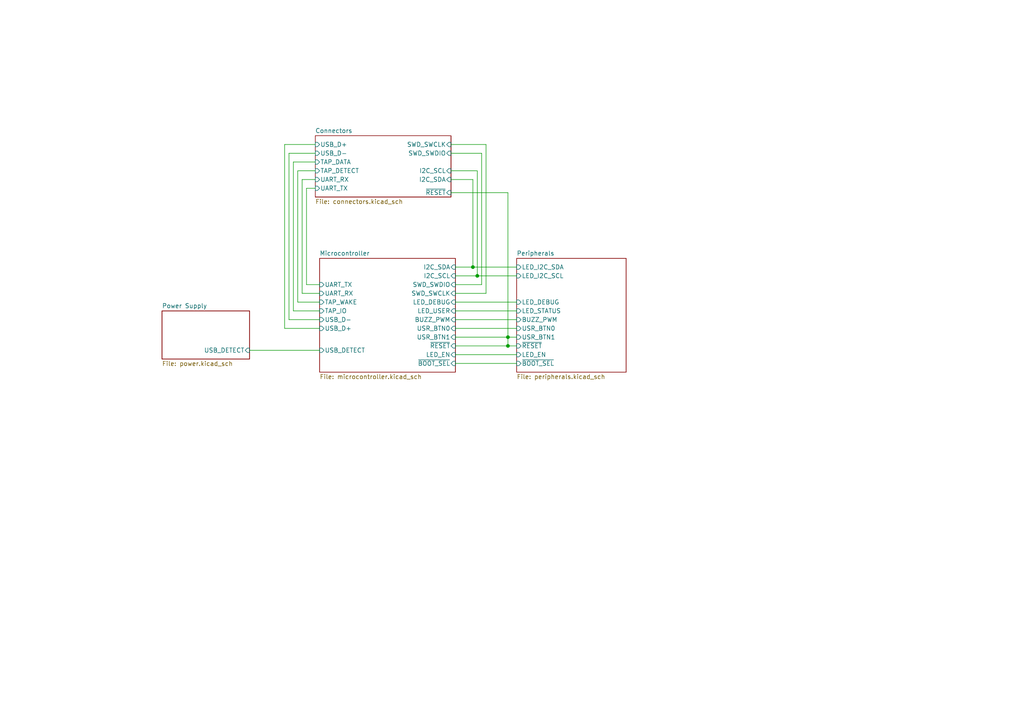
<source format=kicad_sch>
(kicad_sch
	(version 20250114)
	(generator "eeschema")
	(generator_version "9.0")
	(uuid "d8e340c0-2cae-427d-93e9-6fca5a11389e")
	(paper "A4")
	(title_block
		(title "BOKAKA")
		(date "2025-12-09")
		(rev "v1.0")
		(company "DIVA Engineering")
		(comment 3 "collectible at VOCALOID events.")
		(comment 4 "Bokaka is an open-hardware, open-firmware credit-card–sized PCB distributed as a ")
	)
	(lib_symbols)
	(junction
		(at 147.32 100.33)
		(diameter 0)
		(color 0 0 0 0)
		(uuid "596e3507-9628-4507-a48d-30001a680673")
	)
	(junction
		(at 138.43 80.01)
		(diameter 0)
		(color 0 0 0 0)
		(uuid "8e613ba3-d945-4f2f-a190-54cd173ff412")
	)
	(junction
		(at 137.16 77.47)
		(diameter 0)
		(color 0 0 0 0)
		(uuid "dc9b1cc1-fd96-4843-8b82-20de47c1ed57")
	)
	(junction
		(at 147.32 97.79)
		(diameter 0)
		(color 0 0 0 0)
		(uuid "f25a7857-f02b-4d6f-a09c-6d7201ae9065")
	)
	(wire
		(pts
			(xy 92.71 82.55) (xy 88.9 82.55)
		)
		(stroke
			(width 0)
			(type default)
		)
		(uuid "08cbe3d4-1850-487d-92f2-41677c513873")
	)
	(wire
		(pts
			(xy 147.32 97.79) (xy 149.86 97.79)
		)
		(stroke
			(width 0)
			(type default)
		)
		(uuid "0e446558-56df-4581-aaee-5828beb52d2e")
	)
	(wire
		(pts
			(xy 92.71 95.25) (xy 82.55 95.25)
		)
		(stroke
			(width 0)
			(type default)
		)
		(uuid "1029de5d-1b22-4818-93ea-d5d6d8af1711")
	)
	(wire
		(pts
			(xy 82.55 95.25) (xy 82.55 41.91)
		)
		(stroke
			(width 0)
			(type default)
		)
		(uuid "108c828e-0498-4465-a909-04a00908a745")
	)
	(wire
		(pts
			(xy 72.39 101.6) (xy 92.71 101.6)
		)
		(stroke
			(width 0)
			(type default)
		)
		(uuid "29b38de9-4452-4338-b955-b87ddaf5d0c3")
	)
	(wire
		(pts
			(xy 132.08 92.71) (xy 149.86 92.71)
		)
		(stroke
			(width 0)
			(type default)
		)
		(uuid "2ac161e4-728e-4093-b7d7-8805e0224d84")
	)
	(wire
		(pts
			(xy 86.36 49.53) (xy 91.44 49.53)
		)
		(stroke
			(width 0)
			(type default)
		)
		(uuid "3149a7ba-d8ba-4811-bf14-cce5adc8cce2")
	)
	(wire
		(pts
			(xy 83.82 92.71) (xy 92.71 92.71)
		)
		(stroke
			(width 0)
			(type default)
		)
		(uuid "3485d187-cb68-46c8-8251-995dc3f8c030")
	)
	(wire
		(pts
			(xy 137.16 77.47) (xy 137.16 52.07)
		)
		(stroke
			(width 0)
			(type default)
		)
		(uuid "35f357b3-a0b1-44b5-a132-e609fe62e01e")
	)
	(wire
		(pts
			(xy 139.7 82.55) (xy 132.08 82.55)
		)
		(stroke
			(width 0)
			(type default)
		)
		(uuid "3b896684-5695-4b9c-8c06-096fdec6e3df")
	)
	(wire
		(pts
			(xy 132.08 100.33) (xy 147.32 100.33)
		)
		(stroke
			(width 0)
			(type default)
		)
		(uuid "45b2cbf2-e530-4225-b2fe-a65d6648bf20")
	)
	(wire
		(pts
			(xy 85.09 90.17) (xy 85.09 46.99)
		)
		(stroke
			(width 0)
			(type default)
		)
		(uuid "49a58899-a6af-4853-80f3-15a50fc4fb5c")
	)
	(wire
		(pts
			(xy 92.71 90.17) (xy 85.09 90.17)
		)
		(stroke
			(width 0)
			(type default)
		)
		(uuid "4f3a7e40-fa20-4605-8f94-66b055200b3b")
	)
	(wire
		(pts
			(xy 132.08 105.41) (xy 149.86 105.41)
		)
		(stroke
			(width 0)
			(type default)
		)
		(uuid "5b63231c-9b41-4a88-b78a-a0cac5a2f0c8")
	)
	(wire
		(pts
			(xy 132.08 77.47) (xy 137.16 77.47)
		)
		(stroke
			(width 0)
			(type default)
		)
		(uuid "5bb2a695-41c7-418f-a2b5-8b679f461ded")
	)
	(wire
		(pts
			(xy 88.9 82.55) (xy 88.9 54.61)
		)
		(stroke
			(width 0)
			(type default)
		)
		(uuid "61f2b439-8a68-421e-bdfe-720f8714aa56")
	)
	(wire
		(pts
			(xy 130.81 55.88) (xy 147.32 55.88)
		)
		(stroke
			(width 0)
			(type default)
		)
		(uuid "632c423f-2e5a-4597-b63a-076bb1e68ad1")
	)
	(wire
		(pts
			(xy 130.81 44.45) (xy 139.7 44.45)
		)
		(stroke
			(width 0)
			(type default)
		)
		(uuid "63ee7189-8922-4a52-b961-d9b5a898ddb7")
	)
	(wire
		(pts
			(xy 140.97 41.91) (xy 140.97 85.09)
		)
		(stroke
			(width 0)
			(type default)
		)
		(uuid "675410f1-a639-4741-8db5-634fd6a05b79")
	)
	(wire
		(pts
			(xy 130.81 41.91) (xy 140.97 41.91)
		)
		(stroke
			(width 0)
			(type default)
		)
		(uuid "7d95b822-57cb-41e2-8b7e-5c5bcd62c821")
	)
	(wire
		(pts
			(xy 132.08 80.01) (xy 138.43 80.01)
		)
		(stroke
			(width 0)
			(type default)
		)
		(uuid "812b1a6a-a16e-43b0-bb5d-df597cc4c965")
	)
	(wire
		(pts
			(xy 138.43 80.01) (xy 149.86 80.01)
		)
		(stroke
			(width 0)
			(type default)
		)
		(uuid "8ccce438-63d2-4d66-ae2e-a3505f7da2c1")
	)
	(wire
		(pts
			(xy 147.32 97.79) (xy 147.32 100.33)
		)
		(stroke
			(width 0)
			(type default)
		)
		(uuid "a3ce1dc5-ff04-4dad-889a-1c02b894d1de")
	)
	(wire
		(pts
			(xy 82.55 41.91) (xy 91.44 41.91)
		)
		(stroke
			(width 0)
			(type default)
		)
		(uuid "afcb2ad8-473e-41ef-9b65-d0b17e3a453c")
	)
	(wire
		(pts
			(xy 132.08 90.17) (xy 149.86 90.17)
		)
		(stroke
			(width 0)
			(type default)
		)
		(uuid "b98034b4-b9f7-49b0-8f17-0c8180914118")
	)
	(wire
		(pts
			(xy 137.16 52.07) (xy 130.81 52.07)
		)
		(stroke
			(width 0)
			(type default)
		)
		(uuid "bbfb777d-5d36-4f02-b143-9c3c114b3fe5")
	)
	(wire
		(pts
			(xy 130.81 49.53) (xy 138.43 49.53)
		)
		(stroke
			(width 0)
			(type default)
		)
		(uuid "bd6633f1-127e-4c22-a9d1-df6d7282df0a")
	)
	(wire
		(pts
			(xy 87.63 85.09) (xy 87.63 52.07)
		)
		(stroke
			(width 0)
			(type default)
		)
		(uuid "c362a6b4-ac03-423c-8c94-598be5368fc9")
	)
	(wire
		(pts
			(xy 132.08 87.63) (xy 149.86 87.63)
		)
		(stroke
			(width 0)
			(type default)
		)
		(uuid "c6165e3b-28d4-44c9-872c-e03efc954597")
	)
	(wire
		(pts
			(xy 147.32 55.88) (xy 147.32 97.79)
		)
		(stroke
			(width 0)
			(type default)
		)
		(uuid "cbad3126-7fb7-4bff-b390-bd7254e472b3")
	)
	(wire
		(pts
			(xy 132.08 102.87) (xy 149.86 102.87)
		)
		(stroke
			(width 0)
			(type default)
		)
		(uuid "d0e4c256-3415-4bc4-a3a4-0061b141c183")
	)
	(wire
		(pts
			(xy 92.71 85.09) (xy 87.63 85.09)
		)
		(stroke
			(width 0)
			(type default)
		)
		(uuid "d629ac0e-66ba-4bc9-a321-86b658a5e0a7")
	)
	(wire
		(pts
			(xy 92.71 87.63) (xy 86.36 87.63)
		)
		(stroke
			(width 0)
			(type default)
		)
		(uuid "d676bdf9-a351-4d6f-8a1a-b1a203040385")
	)
	(wire
		(pts
			(xy 147.32 100.33) (xy 149.86 100.33)
		)
		(stroke
			(width 0)
			(type default)
		)
		(uuid "d7468c9b-0026-4a81-8a01-d60b6a9dc321")
	)
	(wire
		(pts
			(xy 137.16 77.47) (xy 149.86 77.47)
		)
		(stroke
			(width 0)
			(type default)
		)
		(uuid "dac4c4a8-eb06-404b-b075-8c9864833103")
	)
	(wire
		(pts
			(xy 87.63 52.07) (xy 91.44 52.07)
		)
		(stroke
			(width 0)
			(type default)
		)
		(uuid "db0dc472-82ba-48b1-a8cc-0ead288c5c1e")
	)
	(wire
		(pts
			(xy 91.44 44.45) (xy 83.82 44.45)
		)
		(stroke
			(width 0)
			(type default)
		)
		(uuid "db6bf388-0256-4215-8a68-c829f240236e")
	)
	(wire
		(pts
			(xy 86.36 87.63) (xy 86.36 49.53)
		)
		(stroke
			(width 0)
			(type default)
		)
		(uuid "dbe69f9f-5dbd-4ba5-ba03-3189b26854d6")
	)
	(wire
		(pts
			(xy 140.97 85.09) (xy 132.08 85.09)
		)
		(stroke
			(width 0)
			(type default)
		)
		(uuid "debaf724-6d00-4bf8-89dd-60bfaaf81410")
	)
	(wire
		(pts
			(xy 147.32 97.79) (xy 132.08 97.79)
		)
		(stroke
			(width 0)
			(type default)
		)
		(uuid "df344b6f-71c7-4914-b676-06fbd25b5478")
	)
	(wire
		(pts
			(xy 132.08 95.25) (xy 149.86 95.25)
		)
		(stroke
			(width 0)
			(type default)
		)
		(uuid "e49677d3-730b-4edd-9aef-e98351e46c8d")
	)
	(wire
		(pts
			(xy 138.43 49.53) (xy 138.43 80.01)
		)
		(stroke
			(width 0)
			(type default)
		)
		(uuid "e5abe361-ac11-42a3-a18d-29f839da4e73")
	)
	(wire
		(pts
			(xy 139.7 44.45) (xy 139.7 82.55)
		)
		(stroke
			(width 0)
			(type default)
		)
		(uuid "eed1df31-1840-4472-b3f8-49c5f52a52c4")
	)
	(wire
		(pts
			(xy 85.09 46.99) (xy 91.44 46.99)
		)
		(stroke
			(width 0)
			(type default)
		)
		(uuid "fa6ea500-b3cb-473e-b348-438ce8160d85")
	)
	(wire
		(pts
			(xy 83.82 44.45) (xy 83.82 92.71)
		)
		(stroke
			(width 0)
			(type default)
		)
		(uuid "fc41940b-f940-4bcd-9cc2-a7bddfdb440e")
	)
	(wire
		(pts
			(xy 88.9 54.61) (xy 91.44 54.61)
		)
		(stroke
			(width 0)
			(type default)
		)
		(uuid "fe9bc91c-8b05-4df5-bfa0-5f6f69fed8b6")
	)
	(sheet
		(at 92.71 74.93)
		(size 39.37 33.02)
		(exclude_from_sim no)
		(in_bom yes)
		(on_board yes)
		(dnp no)
		(fields_autoplaced yes)
		(stroke
			(width 0.1524)
			(type solid)
		)
		(fill
			(color 0 0 0 0.0000)
		)
		(uuid "10c61b73-6948-431c-bb4d-6084dd86038c")
		(property "Sheetname" "Microcontroller"
			(at 92.71 74.2184 0)
			(effects
				(font
					(size 1.27 1.27)
				)
				(justify left bottom)
			)
		)
		(property "Sheetfile" "microcontroller.kicad_sch"
			(at 92.71 108.5346 0)
			(effects
				(font
					(size 1.27 1.27)
				)
				(justify left top)
			)
		)
		(pin "USB_D+" input
			(at 92.71 95.25 180)
			(uuid "4d39bfad-3d9a-45e6-9871-375db1eb866d")
			(effects
				(font
					(size 1.27 1.27)
				)
				(justify left)
			)
		)
		(pin "USB_D-" input
			(at 92.71 92.71 180)
			(uuid "dd976c44-fc37-4e52-aec2-b017ee549ca7")
			(effects
				(font
					(size 1.27 1.27)
				)
				(justify left)
			)
		)
		(pin "I2C_SCL" input
			(at 132.08 80.01 0)
			(uuid "850a182b-6bfa-4be7-b36d-0d7fc0319ce6")
			(effects
				(font
					(size 1.27 1.27)
				)
				(justify right)
			)
		)
		(pin "I2C_SDA" input
			(at 132.08 77.47 0)
			(uuid "3728490d-9e6c-4786-a195-2e4d2c9785d9")
			(effects
				(font
					(size 1.27 1.27)
				)
				(justify right)
			)
		)
		(pin "SWD_SWCLK" input
			(at 132.08 85.09 0)
			(uuid "290c0319-7896-49e1-ade0-b16d32a46fa5")
			(effects
				(font
					(size 1.27 1.27)
				)
				(justify right)
			)
		)
		(pin "SWD_SWDIO" input
			(at 132.08 82.55 0)
			(uuid "83c2166c-ffda-40ee-bbfe-0d66f786e246")
			(effects
				(font
					(size 1.27 1.27)
				)
				(justify right)
			)
		)
		(pin "TAP_IO" input
			(at 92.71 90.17 180)
			(uuid "3a1cac7c-03b9-49be-bb03-185a104fcd2f")
			(effects
				(font
					(size 1.27 1.27)
				)
				(justify left)
			)
		)
		(pin "UART_RX" input
			(at 92.71 85.09 180)
			(uuid "0fa568ff-5805-47ac-9510-66c08750cf07")
			(effects
				(font
					(size 1.27 1.27)
				)
				(justify left)
			)
		)
		(pin "UART_TX" input
			(at 92.71 82.55 180)
			(uuid "5edb9660-2119-4f7c-804a-4aa52400e933")
			(effects
				(font
					(size 1.27 1.27)
				)
				(justify left)
			)
		)
		(pin "USR_BTN0" input
			(at 132.08 95.25 0)
			(uuid "6538ca8f-35f3-49d7-b103-ed710403eaaa")
			(effects
				(font
					(size 1.27 1.27)
				)
				(justify right)
			)
		)
		(pin "USR_BTN1" input
			(at 132.08 97.79 0)
			(uuid "75f8a1a2-5b14-48b4-bf41-00b8c04d12bc")
			(effects
				(font
					(size 1.27 1.27)
				)
				(justify right)
			)
		)
		(pin "~{RESET}" input
			(at 132.08 100.33 0)
			(uuid "ff206928-76ce-4fda-90a5-25a3da959e1f")
			(effects
				(font
					(size 1.27 1.27)
				)
				(justify right)
			)
		)
		(pin "BUZZ_PWM" input
			(at 132.08 92.71 0)
			(uuid "dd7aa853-d857-4b2d-94d8-957ecf626035")
			(effects
				(font
					(size 1.27 1.27)
				)
				(justify right)
			)
		)
		(pin "~{BOOT_SEL}" input
			(at 132.08 105.41 0)
			(uuid "06a5e3f8-e0b8-4236-9f23-249fc4cf8878")
			(effects
				(font
					(size 1.27 1.27)
				)
				(justify right)
			)
		)
		(pin "LED_DEBUG" input
			(at 132.08 87.63 0)
			(uuid "f755fcf4-c582-4207-87f0-e044ba87b7ea")
			(effects
				(font
					(size 1.27 1.27)
				)
				(justify right)
			)
		)
		(pin "LED_USER" input
			(at 132.08 90.17 0)
			(uuid "31bbf930-459b-4b71-9bac-acf7b3913880")
			(effects
				(font
					(size 1.27 1.27)
				)
				(justify right)
			)
		)
		(pin "TAP_WAKE" input
			(at 92.71 87.63 180)
			(uuid "a4fda53a-4e01-406f-956d-62948384c7f2")
			(effects
				(font
					(size 1.27 1.27)
				)
				(justify left)
			)
		)
		(pin "LED_EN" input
			(at 132.08 102.87 0)
			(uuid "8cf34b4b-179a-4bd6-abfd-f611f4924f3c")
			(effects
				(font
					(size 1.27 1.27)
				)
				(justify right)
			)
		)
		(pin "USB_DETECT" input
			(at 92.71 101.6 180)
			(uuid "96b691ef-1499-4f6c-83c6-34411bac0dca")
			(effects
				(font
					(size 1.27 1.27)
				)
				(justify left)
			)
		)
		(instances
			(project "bokaka"
				(path "/d8e340c0-2cae-427d-93e9-6fca5a11389e"
					(page "4")
				)
			)
		)
	)
	(sheet
		(at 46.99 90.17)
		(size 25.4 13.97)
		(exclude_from_sim no)
		(in_bom yes)
		(on_board yes)
		(dnp no)
		(fields_autoplaced yes)
		(stroke
			(width 0.1524)
			(type solid)
		)
		(fill
			(color 0 0 0 0.0000)
		)
		(uuid "5a57696f-a948-45ee-a59e-a44500e0832e")
		(property "Sheetname" "Power Supply"
			(at 46.99 89.4584 0)
			(effects
				(font
					(size 1.27 1.27)
				)
				(justify left bottom)
			)
		)
		(property "Sheetfile" "power.kicad_sch"
			(at 46.99 104.7246 0)
			(effects
				(font
					(size 1.27 1.27)
				)
				(justify left top)
			)
		)
		(pin "USB_DETECT" input
			(at 72.39 101.6 0)
			(uuid "70507275-c0ad-4036-8795-79c972875f3f")
			(effects
				(font
					(size 1.27 1.27)
				)
				(justify right)
			)
		)
		(instances
			(project "bokaka"
				(path "/d8e340c0-2cae-427d-93e9-6fca5a11389e"
					(page "2")
				)
			)
		)
	)
	(sheet
		(at 91.44 39.37)
		(size 39.37 17.78)
		(exclude_from_sim no)
		(in_bom yes)
		(on_board yes)
		(dnp no)
		(fields_autoplaced yes)
		(stroke
			(width 0.1524)
			(type solid)
		)
		(fill
			(color 0 0 0 0.0000)
		)
		(uuid "7060845f-a033-46e6-85c6-19e21bb53a3a")
		(property "Sheetname" "Connectors"
			(at 91.44 38.6584 0)
			(effects
				(font
					(size 1.27 1.27)
				)
				(justify left bottom)
			)
		)
		(property "Sheetfile" "connectors.kicad_sch"
			(at 91.44 57.7346 0)
			(effects
				(font
					(size 1.27 1.27)
				)
				(justify left top)
			)
		)
		(pin "USB_D+" input
			(at 91.44 41.91 180)
			(uuid "933cc140-54e5-427e-a639-87647cdd366d")
			(effects
				(font
					(size 1.27 1.27)
				)
				(justify left)
			)
		)
		(pin "USB_D-" input
			(at 91.44 44.45 180)
			(uuid "c0ac86fd-b6c9-46c0-951f-8f6df3161097")
			(effects
				(font
					(size 1.27 1.27)
				)
				(justify left)
			)
		)
		(pin "TAP_DATA" input
			(at 91.44 46.99 180)
			(uuid "05a9b716-fd9d-459f-b2f6-2513c4029593")
			(effects
				(font
					(size 1.27 1.27)
				)
				(justify left)
			)
		)
		(pin "TAP_DETECT" input
			(at 91.44 49.53 180)
			(uuid "91ad7ff6-efab-4ad7-ac1a-9864a446dcb6")
			(effects
				(font
					(size 1.27 1.27)
				)
				(justify left)
			)
		)
		(pin "UART_RX" input
			(at 91.44 52.07 180)
			(uuid "4039d3c9-d26f-4c05-9980-ab6d804adaee")
			(effects
				(font
					(size 1.27 1.27)
				)
				(justify left)
			)
		)
		(pin "UART_TX" input
			(at 91.44 54.61 180)
			(uuid "3fb44665-b90e-49f8-8957-fd21325d8ced")
			(effects
				(font
					(size 1.27 1.27)
				)
				(justify left)
			)
		)
		(pin "SWD_SWCLK" input
			(at 130.81 41.91 0)
			(uuid "d8cb5bc4-10e0-4a84-94dd-c14e032cb75b")
			(effects
				(font
					(size 1.27 1.27)
				)
				(justify right)
			)
		)
		(pin "SWD_SWDIO" input
			(at 130.81 44.45 0)
			(uuid "a7c811bb-ad3f-4d62-bc2f-1a963f6dd9ed")
			(effects
				(font
					(size 1.27 1.27)
				)
				(justify right)
			)
		)
		(pin "~{RESET}" input
			(at 130.81 55.88 0)
			(uuid "3fbdf922-56d9-463c-b62f-d0ccbda8acc8")
			(effects
				(font
					(size 1.27 1.27)
				)
				(justify right)
			)
		)
		(pin "I2C_SCL" input
			(at 130.81 49.53 0)
			(uuid "f8f5dfd0-2e9a-4257-a8fd-60e1a18a4650")
			(effects
				(font
					(size 1.27 1.27)
				)
				(justify right)
			)
		)
		(pin "I2C_SDA" input
			(at 130.81 52.07 0)
			(uuid "c14ff97e-dbdc-4cb7-b95a-5a4f6938d158")
			(effects
				(font
					(size 1.27 1.27)
				)
				(justify right)
			)
		)
		(instances
			(project "bokaka"
				(path "/d8e340c0-2cae-427d-93e9-6fca5a11389e"
					(page "3")
				)
			)
		)
	)
	(sheet
		(at 149.86 74.93)
		(size 31.75 33.02)
		(exclude_from_sim no)
		(in_bom yes)
		(on_board yes)
		(dnp no)
		(fields_autoplaced yes)
		(stroke
			(width 0.1524)
			(type solid)
		)
		(fill
			(color 0 0 0 0.0000)
		)
		(uuid "df3f2b6f-c2ea-42f8-be18-5fedc2357726")
		(property "Sheetname" "Peripherals"
			(at 149.86 74.2184 0)
			(effects
				(font
					(size 1.27 1.27)
				)
				(justify left bottom)
			)
		)
		(property "Sheetfile" "peripherals.kicad_sch"
			(at 149.86 108.5346 0)
			(effects
				(font
					(size 1.27 1.27)
				)
				(justify left top)
			)
		)
		(pin "USR_BTN0" input
			(at 149.86 95.25 180)
			(uuid "ea63afed-4181-4504-88e4-c2edf56e77b1")
			(effects
				(font
					(size 1.27 1.27)
				)
				(justify left)
			)
		)
		(pin "USR_BTN1" input
			(at 149.86 97.79 180)
			(uuid "07f5c0c5-6ba9-48a3-9a6f-c1e1f9180d3b")
			(effects
				(font
					(size 1.27 1.27)
				)
				(justify left)
			)
		)
		(pin "~{RESET}" input
			(at 149.86 100.33 180)
			(uuid "cfed2ef4-c0cd-40c3-9ed1-ffd85cf29400")
			(effects
				(font
					(size 1.27 1.27)
				)
				(justify left)
			)
		)
		(pin "BUZZ_PWM" input
			(at 149.86 92.71 180)
			(uuid "7fbcf58e-b0b4-404e-8224-3c49a59e1b39")
			(effects
				(font
					(size 1.27 1.27)
				)
				(justify left)
			)
		)
		(pin "LED_STATUS" input
			(at 149.86 90.17 180)
			(uuid "840da72c-aa1f-492f-b225-27276f730270")
			(effects
				(font
					(size 1.27 1.27)
				)
				(justify left)
			)
		)
		(pin "~{BOOT_SEL}" input
			(at 149.86 105.41 180)
			(uuid "c946250f-9629-4969-9e10-ccd059ad46aa")
			(effects
				(font
					(size 1.27 1.27)
				)
				(justify left)
			)
		)
		(pin "LED_DEBUG" input
			(at 149.86 87.63 180)
			(uuid "124662e9-82e9-4473-9a2f-44c3a5acd72a")
			(effects
				(font
					(size 1.27 1.27)
				)
				(justify left)
			)
		)
		(pin "LED_I2C_SCL" input
			(at 149.86 80.01 180)
			(uuid "3525f9c0-ad52-4b1d-83c1-7982761c6a19")
			(effects
				(font
					(size 1.27 1.27)
				)
				(justify left)
			)
		)
		(pin "LED_I2C_SDA" input
			(at 149.86 77.47 180)
			(uuid "8d758f05-4917-4308-ab9b-e355bbab06f2")
			(effects
				(font
					(size 1.27 1.27)
				)
				(justify left)
			)
		)
		(pin "LED_EN" input
			(at 149.86 102.87 180)
			(uuid "5ce10ade-1247-4100-8e86-63facff94832")
			(effects
				(font
					(size 1.27 1.27)
				)
				(justify left)
			)
		)
		(instances
			(project "bokaka"
				(path "/d8e340c0-2cae-427d-93e9-6fca5a11389e"
					(page "5")
				)
			)
		)
	)
	(sheet_instances
		(path "/"
			(page "1")
		)
	)
	(embedded_fonts no)
)

</source>
